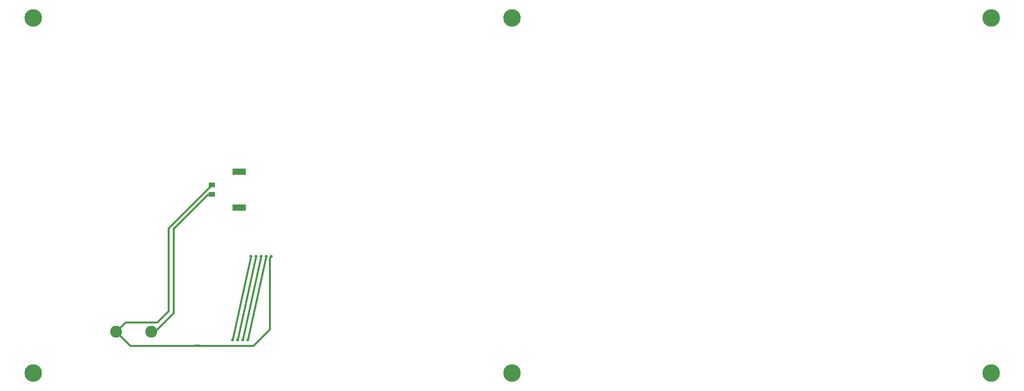
<source format=gbl>
%TF.GenerationSoftware,KiCad,Pcbnew,7.0.2-0*%
%TF.CreationDate,2024-05-08T23:39:51-07:00*%
%TF.ProjectId,New_Coil_Panel_Y,4e65775f-436f-4696-9c5f-50616e656c5f,2.0*%
%TF.SameCoordinates,Original*%
%TF.FileFunction,Copper,L6,Bot*%
%TF.FilePolarity,Positive*%
%FSLAX46Y46*%
G04 Gerber Fmt 4.6, Leading zero omitted, Abs format (unit mm)*
G04 Created by KiCad (PCBNEW 7.0.2-0) date 2024-05-08 23:39:51*
%MOMM*%
%LPD*%
G01*
G04 APERTURE LIST*
%TA.AperFunction,SMDPad,CuDef*%
%ADD10R,2.899999X1.350000*%
%TD*%
%TA.AperFunction,SMDPad,CuDef*%
%ADD11R,1.450000X1.100000*%
%TD*%
%TA.AperFunction,ConnectorPad*%
%ADD12C,3.800000*%
%TD*%
%TA.AperFunction,ComponentPad*%
%ADD13C,2.600000*%
%TD*%
%TA.AperFunction,SMDPad,CuDef*%
%ADD14C,0.500000*%
%TD*%
%TA.AperFunction,ViaPad*%
%ADD15C,0.650000*%
%TD*%
%TA.AperFunction,Conductor*%
%ADD16C,0.450000*%
%TD*%
G04 APERTURE END LIST*
%TA.AperFunction,EtchedComponent*%
G36*
X88392000Y-121916000D02*
G01*
X87392000Y-121916000D01*
X87392000Y-121416000D01*
X88392000Y-121416000D01*
X88392000Y-121916000D01*
G37*
%TD.AperFunction*%
D10*
X97028000Y-91694000D03*
X97028000Y-83904005D03*
D11*
X91053001Y-88799004D03*
X91053001Y-86799003D03*
D12*
X52371631Y-50586000D03*
D13*
X52371631Y-50586000D03*
X77968000Y-118626000D03*
X70348000Y-118626000D03*
D12*
X156121631Y-50586000D03*
D13*
X156121631Y-50586000D03*
D12*
X259871631Y-127586000D03*
D13*
X259871631Y-127586000D03*
D12*
X156121631Y-127586000D03*
D13*
X156121631Y-127586000D03*
D12*
X52371631Y-127586000D03*
D13*
X52371631Y-127586000D03*
D12*
X259871631Y-50586000D03*
D13*
X259871631Y-50586000D03*
D14*
X87392000Y-121666000D03*
X88392000Y-121666000D03*
D15*
X97735999Y-120454999D03*
X100660999Y-102305000D03*
X102860999Y-102305000D03*
X96636000Y-120454999D03*
X101761000Y-102305000D03*
X103961000Y-102305000D03*
X98836000Y-120454999D03*
X99561000Y-102305000D03*
X95535999Y-120454999D03*
D16*
X82804000Y-96266000D02*
X82804000Y-114554000D01*
X78732000Y-118626000D02*
X77968000Y-118626000D01*
X82804000Y-114554000D02*
X78732000Y-118626000D01*
X98836000Y-120454999D02*
X102860999Y-102305000D01*
X91053001Y-88799004D02*
X90270996Y-88799004D01*
X100076000Y-121666000D02*
X103632000Y-118110000D01*
X95535999Y-120454999D02*
X99561000Y-102305000D01*
X103632000Y-118110000D02*
X103632000Y-102634000D01*
X90270996Y-88799004D02*
X82804000Y-96266000D01*
X96636000Y-120454999D02*
X100660999Y-102305000D01*
X88392000Y-121666000D02*
X100076000Y-121666000D01*
X103632000Y-102634000D02*
X103961000Y-102305000D01*
X97735999Y-120454999D02*
X101761000Y-102305000D01*
X81646000Y-114188000D02*
X79248000Y-116586000D01*
X81646000Y-96206004D02*
X81646000Y-114188000D01*
X72388000Y-116586000D02*
X70348000Y-118626000D01*
X79248000Y-116586000D02*
X72388000Y-116586000D01*
X91053001Y-86799003D02*
X81646000Y-96206004D01*
X73388000Y-121666000D02*
X70348000Y-118626000D01*
X87392000Y-121666000D02*
X73388000Y-121666000D01*
M02*

</source>
